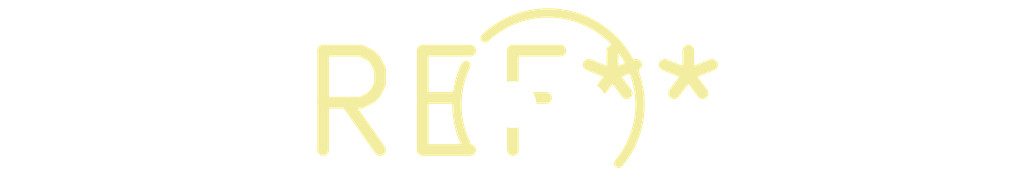
<source format=kicad_pcb>
(kicad_pcb (version 20240108) (generator pcbnew)
  (layers (0 "F.Cu" signal) (31 "B.Cu" signal) (34 "B.Paste" user) (35 "F.Paste" user) (36 "B.SilkS" user "B.Silkscreen") (37 "F.SilkS" user "F.Silkscreen") (38 "B.Mask" user) (39 "F.Mask" user) (44 "Edge.Cuts" user))
  (net 0 "")
  (footprint "TO-92Mini-2" (layer "F.Cu") (at 0 0)
    (property "Reference" "REF**")
    (property "Value" "TO-92Mini-2")
    (fp_arc (start -0.599971 0.500061) (mid -0.71297 3.4e-05) (end -0.6 -0.5) (layer "F.SilkS") (stroke (width 0.12)))
    (fp_arc (start -0.352932 -0.853112) (mid 1.253024 -0.853025) (end 1.35 0.75) (layer "F.SilkS") (stroke (width 0.12)))
    (pad "1" thru_hole rect (at 0 0) (size 0.8 1.2) (drill 0.6) (layers *.Cu *.Mask) (remove_unused_layers))
    (pad "2" thru_hole oval (at 0.9 0) (size 0.8 1.2) (drill 0.6) (layers *.Cu *.Mask) (remove_unused_layers))
  )
)
</source>
